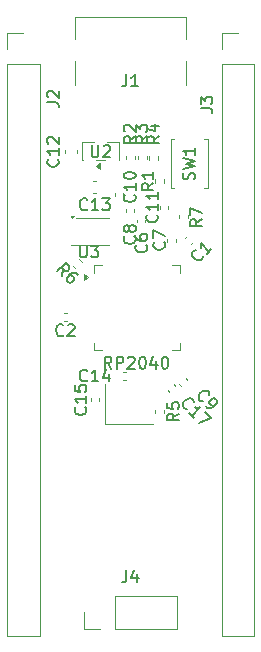
<source format=gbr>
%TF.GenerationSoftware,KiCad,Pcbnew,9.0.6+dfsg-1*%
%TF.CreationDate,2025-11-20T13:37:38+09:00*%
%TF.ProjectId,hiraboard,68697261-626f-4617-9264-2e6b69636164,rev?*%
%TF.SameCoordinates,Original*%
%TF.FileFunction,Legend,Top*%
%TF.FilePolarity,Positive*%
%FSLAX46Y46*%
G04 Gerber Fmt 4.6, Leading zero omitted, Abs format (unit mm)*
G04 Created by KiCad (PCBNEW 9.0.6+dfsg-1) date 2025-11-20 13:37:38*
%MOMM*%
%LPD*%
G01*
G04 APERTURE LIST*
%ADD10C,0.150000*%
%ADD11C,0.120000*%
G04 APERTURE END LIST*
D10*
X198908207Y-103369819D02*
X198574874Y-102893628D01*
X198336779Y-103369819D02*
X198336779Y-102369819D01*
X198336779Y-102369819D02*
X198717731Y-102369819D01*
X198717731Y-102369819D02*
X198812969Y-102417438D01*
X198812969Y-102417438D02*
X198860588Y-102465057D01*
X198860588Y-102465057D02*
X198908207Y-102560295D01*
X198908207Y-102560295D02*
X198908207Y-102703152D01*
X198908207Y-102703152D02*
X198860588Y-102798390D01*
X198860588Y-102798390D02*
X198812969Y-102846009D01*
X198812969Y-102846009D02*
X198717731Y-102893628D01*
X198717731Y-102893628D02*
X198336779Y-102893628D01*
X199336779Y-103369819D02*
X199336779Y-102369819D01*
X199336779Y-102369819D02*
X199717731Y-102369819D01*
X199717731Y-102369819D02*
X199812969Y-102417438D01*
X199812969Y-102417438D02*
X199860588Y-102465057D01*
X199860588Y-102465057D02*
X199908207Y-102560295D01*
X199908207Y-102560295D02*
X199908207Y-102703152D01*
X199908207Y-102703152D02*
X199860588Y-102798390D01*
X199860588Y-102798390D02*
X199812969Y-102846009D01*
X199812969Y-102846009D02*
X199717731Y-102893628D01*
X199717731Y-102893628D02*
X199336779Y-102893628D01*
X200289160Y-102465057D02*
X200336779Y-102417438D01*
X200336779Y-102417438D02*
X200432017Y-102369819D01*
X200432017Y-102369819D02*
X200670112Y-102369819D01*
X200670112Y-102369819D02*
X200765350Y-102417438D01*
X200765350Y-102417438D02*
X200812969Y-102465057D01*
X200812969Y-102465057D02*
X200860588Y-102560295D01*
X200860588Y-102560295D02*
X200860588Y-102655533D01*
X200860588Y-102655533D02*
X200812969Y-102798390D01*
X200812969Y-102798390D02*
X200241541Y-103369819D01*
X200241541Y-103369819D02*
X200860588Y-103369819D01*
X201479636Y-102369819D02*
X201574874Y-102369819D01*
X201574874Y-102369819D02*
X201670112Y-102417438D01*
X201670112Y-102417438D02*
X201717731Y-102465057D01*
X201717731Y-102465057D02*
X201765350Y-102560295D01*
X201765350Y-102560295D02*
X201812969Y-102750771D01*
X201812969Y-102750771D02*
X201812969Y-102988866D01*
X201812969Y-102988866D02*
X201765350Y-103179342D01*
X201765350Y-103179342D02*
X201717731Y-103274580D01*
X201717731Y-103274580D02*
X201670112Y-103322200D01*
X201670112Y-103322200D02*
X201574874Y-103369819D01*
X201574874Y-103369819D02*
X201479636Y-103369819D01*
X201479636Y-103369819D02*
X201384398Y-103322200D01*
X201384398Y-103322200D02*
X201336779Y-103274580D01*
X201336779Y-103274580D02*
X201289160Y-103179342D01*
X201289160Y-103179342D02*
X201241541Y-102988866D01*
X201241541Y-102988866D02*
X201241541Y-102750771D01*
X201241541Y-102750771D02*
X201289160Y-102560295D01*
X201289160Y-102560295D02*
X201336779Y-102465057D01*
X201336779Y-102465057D02*
X201384398Y-102417438D01*
X201384398Y-102417438D02*
X201479636Y-102369819D01*
X202670112Y-102703152D02*
X202670112Y-103369819D01*
X202432017Y-102322200D02*
X202193922Y-103036485D01*
X202193922Y-103036485D02*
X202812969Y-103036485D01*
X203384398Y-102369819D02*
X203479636Y-102369819D01*
X203479636Y-102369819D02*
X203574874Y-102417438D01*
X203574874Y-102417438D02*
X203622493Y-102465057D01*
X203622493Y-102465057D02*
X203670112Y-102560295D01*
X203670112Y-102560295D02*
X203717731Y-102750771D01*
X203717731Y-102750771D02*
X203717731Y-102988866D01*
X203717731Y-102988866D02*
X203670112Y-103179342D01*
X203670112Y-103179342D02*
X203622493Y-103274580D01*
X203622493Y-103274580D02*
X203574874Y-103322200D01*
X203574874Y-103322200D02*
X203479636Y-103369819D01*
X203479636Y-103369819D02*
X203384398Y-103369819D01*
X203384398Y-103369819D02*
X203289160Y-103322200D01*
X203289160Y-103322200D02*
X203241541Y-103274580D01*
X203241541Y-103274580D02*
X203193922Y-103179342D01*
X203193922Y-103179342D02*
X203146303Y-102988866D01*
X203146303Y-102988866D02*
X203146303Y-102750771D01*
X203146303Y-102750771D02*
X203193922Y-102560295D01*
X203193922Y-102560295D02*
X203241541Y-102465057D01*
X203241541Y-102465057D02*
X203289160Y-102417438D01*
X203289160Y-102417438D02*
X203384398Y-102369819D01*
X193454819Y-80833333D02*
X194169104Y-80833333D01*
X194169104Y-80833333D02*
X194311961Y-80880952D01*
X194311961Y-80880952D02*
X194407200Y-80976190D01*
X194407200Y-80976190D02*
X194454819Y-81119047D01*
X194454819Y-81119047D02*
X194454819Y-81214285D01*
X193550057Y-80404761D02*
X193502438Y-80357142D01*
X193502438Y-80357142D02*
X193454819Y-80261904D01*
X193454819Y-80261904D02*
X193454819Y-80023809D01*
X193454819Y-80023809D02*
X193502438Y-79928571D01*
X193502438Y-79928571D02*
X193550057Y-79880952D01*
X193550057Y-79880952D02*
X193645295Y-79833333D01*
X193645295Y-79833333D02*
X193740533Y-79833333D01*
X193740533Y-79833333D02*
X193883390Y-79880952D01*
X193883390Y-79880952D02*
X194454819Y-80452380D01*
X194454819Y-80452380D02*
X194454819Y-79833333D01*
X196238095Y-92954819D02*
X196238095Y-93764342D01*
X196238095Y-93764342D02*
X196285714Y-93859580D01*
X196285714Y-93859580D02*
X196333333Y-93907200D01*
X196333333Y-93907200D02*
X196428571Y-93954819D01*
X196428571Y-93954819D02*
X196619047Y-93954819D01*
X196619047Y-93954819D02*
X196714285Y-93907200D01*
X196714285Y-93907200D02*
X196761904Y-93859580D01*
X196761904Y-93859580D02*
X196809523Y-93764342D01*
X196809523Y-93764342D02*
X196809523Y-92954819D01*
X197190476Y-92954819D02*
X197809523Y-92954819D01*
X197809523Y-92954819D02*
X197476190Y-93335771D01*
X197476190Y-93335771D02*
X197619047Y-93335771D01*
X197619047Y-93335771D02*
X197714285Y-93383390D01*
X197714285Y-93383390D02*
X197761904Y-93431009D01*
X197761904Y-93431009D02*
X197809523Y-93526247D01*
X197809523Y-93526247D02*
X197809523Y-93764342D01*
X197809523Y-93764342D02*
X197761904Y-93859580D01*
X197761904Y-93859580D02*
X197714285Y-93907200D01*
X197714285Y-93907200D02*
X197619047Y-93954819D01*
X197619047Y-93954819D02*
X197333333Y-93954819D01*
X197333333Y-93954819D02*
X197238095Y-93907200D01*
X197238095Y-93907200D02*
X197190476Y-93859580D01*
X196857142Y-104359580D02*
X196809523Y-104407200D01*
X196809523Y-104407200D02*
X196666666Y-104454819D01*
X196666666Y-104454819D02*
X196571428Y-104454819D01*
X196571428Y-104454819D02*
X196428571Y-104407200D01*
X196428571Y-104407200D02*
X196333333Y-104311961D01*
X196333333Y-104311961D02*
X196285714Y-104216723D01*
X196285714Y-104216723D02*
X196238095Y-104026247D01*
X196238095Y-104026247D02*
X196238095Y-103883390D01*
X196238095Y-103883390D02*
X196285714Y-103692914D01*
X196285714Y-103692914D02*
X196333333Y-103597676D01*
X196333333Y-103597676D02*
X196428571Y-103502438D01*
X196428571Y-103502438D02*
X196571428Y-103454819D01*
X196571428Y-103454819D02*
X196666666Y-103454819D01*
X196666666Y-103454819D02*
X196809523Y-103502438D01*
X196809523Y-103502438D02*
X196857142Y-103550057D01*
X197809523Y-104454819D02*
X197238095Y-104454819D01*
X197523809Y-104454819D02*
X197523809Y-103454819D01*
X197523809Y-103454819D02*
X197428571Y-103597676D01*
X197428571Y-103597676D02*
X197333333Y-103692914D01*
X197333333Y-103692914D02*
X197238095Y-103740533D01*
X198666666Y-103788152D02*
X198666666Y-104454819D01*
X198428571Y-103407200D02*
X198190476Y-104121485D01*
X198190476Y-104121485D02*
X198809523Y-104121485D01*
X205291169Y-106799693D02*
X205223825Y-106799693D01*
X205223825Y-106799693D02*
X205089138Y-106732349D01*
X205089138Y-106732349D02*
X205021795Y-106665006D01*
X205021795Y-106665006D02*
X204954451Y-106530319D01*
X204954451Y-106530319D02*
X204954451Y-106395632D01*
X204954451Y-106395632D02*
X204988123Y-106294617D01*
X204988123Y-106294617D02*
X205089138Y-106126258D01*
X205089138Y-106126258D02*
X205190153Y-106025243D01*
X205190153Y-106025243D02*
X205358512Y-105924227D01*
X205358512Y-105924227D02*
X205459527Y-105890556D01*
X205459527Y-105890556D02*
X205594214Y-105890556D01*
X205594214Y-105890556D02*
X205728901Y-105957899D01*
X205728901Y-105957899D02*
X205796245Y-106025243D01*
X205796245Y-106025243D02*
X205863588Y-106159930D01*
X205863588Y-106159930D02*
X205863588Y-106227273D01*
X205897260Y-107540471D02*
X205493199Y-107136410D01*
X205695230Y-107338441D02*
X206402336Y-106631334D01*
X206402336Y-106631334D02*
X206233978Y-106665006D01*
X206233978Y-106665006D02*
X206099291Y-106665006D01*
X206099291Y-106665006D02*
X205998275Y-106631334D01*
X206840069Y-107069067D02*
X207311474Y-107540472D01*
X207311474Y-107540472D02*
X206301321Y-107944533D01*
X206627887Y-106136411D02*
X206560543Y-106136411D01*
X206560543Y-106136411D02*
X206425856Y-106069067D01*
X206425856Y-106069067D02*
X206358513Y-106001724D01*
X206358513Y-106001724D02*
X206291169Y-105867037D01*
X206291169Y-105867037D02*
X206291169Y-105732350D01*
X206291169Y-105732350D02*
X206324841Y-105631335D01*
X206324841Y-105631335D02*
X206425856Y-105462976D01*
X206425856Y-105462976D02*
X206526871Y-105361961D01*
X206526871Y-105361961D02*
X206695230Y-105260945D01*
X206695230Y-105260945D02*
X206796245Y-105227274D01*
X206796245Y-105227274D02*
X206930932Y-105227274D01*
X206930932Y-105227274D02*
X207065619Y-105294617D01*
X207065619Y-105294617D02*
X207132963Y-105361961D01*
X207132963Y-105361961D02*
X207200306Y-105496648D01*
X207200306Y-105496648D02*
X207200306Y-105563991D01*
X206897261Y-106540472D02*
X207031948Y-106675159D01*
X207031948Y-106675159D02*
X207132963Y-106708831D01*
X207132963Y-106708831D02*
X207200306Y-106708831D01*
X207200306Y-106708831D02*
X207368665Y-106675159D01*
X207368665Y-106675159D02*
X207537024Y-106574144D01*
X207537024Y-106574144D02*
X207806398Y-106304770D01*
X207806398Y-106304770D02*
X207840070Y-106203754D01*
X207840070Y-106203754D02*
X207840070Y-106136411D01*
X207840070Y-106136411D02*
X207806398Y-106035396D01*
X207806398Y-106035396D02*
X207671711Y-105900709D01*
X207671711Y-105900709D02*
X207570696Y-105867037D01*
X207570696Y-105867037D02*
X207503352Y-105867037D01*
X207503352Y-105867037D02*
X207402337Y-105900709D01*
X207402337Y-105900709D02*
X207233978Y-106069067D01*
X207233978Y-106069067D02*
X207200306Y-106170083D01*
X207200306Y-106170083D02*
X207200306Y-106237426D01*
X207200306Y-106237426D02*
X207233978Y-106338441D01*
X207233978Y-106338441D02*
X207368665Y-106473128D01*
X207368665Y-106473128D02*
X207469680Y-106506800D01*
X207469680Y-106506800D02*
X207537024Y-106506800D01*
X207537024Y-106506800D02*
X207638039Y-106473128D01*
X204624819Y-107166666D02*
X204148628Y-107499999D01*
X204624819Y-107738094D02*
X203624819Y-107738094D01*
X203624819Y-107738094D02*
X203624819Y-107357142D01*
X203624819Y-107357142D02*
X203672438Y-107261904D01*
X203672438Y-107261904D02*
X203720057Y-107214285D01*
X203720057Y-107214285D02*
X203815295Y-107166666D01*
X203815295Y-107166666D02*
X203958152Y-107166666D01*
X203958152Y-107166666D02*
X204053390Y-107214285D01*
X204053390Y-107214285D02*
X204101009Y-107261904D01*
X204101009Y-107261904D02*
X204148628Y-107357142D01*
X204148628Y-107357142D02*
X204148628Y-107738094D01*
X203624819Y-106261904D02*
X203624819Y-106738094D01*
X203624819Y-106738094D02*
X204101009Y-106785713D01*
X204101009Y-106785713D02*
X204053390Y-106738094D01*
X204053390Y-106738094D02*
X204005771Y-106642856D01*
X204005771Y-106642856D02*
X204005771Y-106404761D01*
X204005771Y-106404761D02*
X204053390Y-106309523D01*
X204053390Y-106309523D02*
X204101009Y-106261904D01*
X204101009Y-106261904D02*
X204196247Y-106214285D01*
X204196247Y-106214285D02*
X204434342Y-106214285D01*
X204434342Y-106214285D02*
X204529580Y-106261904D01*
X204529580Y-106261904D02*
X204577200Y-106309523D01*
X204577200Y-106309523D02*
X204624819Y-106404761D01*
X204624819Y-106404761D02*
X204624819Y-106642856D01*
X204624819Y-106642856D02*
X204577200Y-106738094D01*
X204577200Y-106738094D02*
X204529580Y-106785713D01*
X206454819Y-81333333D02*
X207169104Y-81333333D01*
X207169104Y-81333333D02*
X207311961Y-81380952D01*
X207311961Y-81380952D02*
X207407200Y-81476190D01*
X207407200Y-81476190D02*
X207454819Y-81619047D01*
X207454819Y-81619047D02*
X207454819Y-81714285D01*
X206454819Y-80952380D02*
X206454819Y-80333333D01*
X206454819Y-80333333D02*
X206835771Y-80666666D01*
X206835771Y-80666666D02*
X206835771Y-80523809D01*
X206835771Y-80523809D02*
X206883390Y-80428571D01*
X206883390Y-80428571D02*
X206931009Y-80380952D01*
X206931009Y-80380952D02*
X207026247Y-80333333D01*
X207026247Y-80333333D02*
X207264342Y-80333333D01*
X207264342Y-80333333D02*
X207359580Y-80380952D01*
X207359580Y-80380952D02*
X207407200Y-80428571D01*
X207407200Y-80428571D02*
X207454819Y-80523809D01*
X207454819Y-80523809D02*
X207454819Y-80809523D01*
X207454819Y-80809523D02*
X207407200Y-80904761D01*
X207407200Y-80904761D02*
X207359580Y-80952380D01*
X196699580Y-106642857D02*
X196747200Y-106690476D01*
X196747200Y-106690476D02*
X196794819Y-106833333D01*
X196794819Y-106833333D02*
X196794819Y-106928571D01*
X196794819Y-106928571D02*
X196747200Y-107071428D01*
X196747200Y-107071428D02*
X196651961Y-107166666D01*
X196651961Y-107166666D02*
X196556723Y-107214285D01*
X196556723Y-107214285D02*
X196366247Y-107261904D01*
X196366247Y-107261904D02*
X196223390Y-107261904D01*
X196223390Y-107261904D02*
X196032914Y-107214285D01*
X196032914Y-107214285D02*
X195937676Y-107166666D01*
X195937676Y-107166666D02*
X195842438Y-107071428D01*
X195842438Y-107071428D02*
X195794819Y-106928571D01*
X195794819Y-106928571D02*
X195794819Y-106833333D01*
X195794819Y-106833333D02*
X195842438Y-106690476D01*
X195842438Y-106690476D02*
X195890057Y-106642857D01*
X196794819Y-105690476D02*
X196794819Y-106261904D01*
X196794819Y-105976190D02*
X195794819Y-105976190D01*
X195794819Y-105976190D02*
X195937676Y-106071428D01*
X195937676Y-106071428D02*
X196032914Y-106166666D01*
X196032914Y-106166666D02*
X196080533Y-106261904D01*
X195794819Y-104785714D02*
X195794819Y-105261904D01*
X195794819Y-105261904D02*
X196271009Y-105309523D01*
X196271009Y-105309523D02*
X196223390Y-105261904D01*
X196223390Y-105261904D02*
X196175771Y-105166666D01*
X196175771Y-105166666D02*
X196175771Y-104928571D01*
X196175771Y-104928571D02*
X196223390Y-104833333D01*
X196223390Y-104833333D02*
X196271009Y-104785714D01*
X196271009Y-104785714D02*
X196366247Y-104738095D01*
X196366247Y-104738095D02*
X196604342Y-104738095D01*
X196604342Y-104738095D02*
X196699580Y-104785714D01*
X196699580Y-104785714D02*
X196747200Y-104833333D01*
X196747200Y-104833333D02*
X196794819Y-104928571D01*
X196794819Y-104928571D02*
X196794819Y-105166666D01*
X196794819Y-105166666D02*
X196747200Y-105261904D01*
X196747200Y-105261904D02*
X196699580Y-105309523D01*
X206568501Y-90727563D02*
X206092310Y-91060896D01*
X206568501Y-91298991D02*
X205568501Y-91298991D01*
X205568501Y-91298991D02*
X205568501Y-90918039D01*
X205568501Y-90918039D02*
X205616120Y-90822801D01*
X205616120Y-90822801D02*
X205663739Y-90775182D01*
X205663739Y-90775182D02*
X205758977Y-90727563D01*
X205758977Y-90727563D02*
X205901834Y-90727563D01*
X205901834Y-90727563D02*
X205997072Y-90775182D01*
X205997072Y-90775182D02*
X206044691Y-90822801D01*
X206044691Y-90822801D02*
X206092310Y-90918039D01*
X206092310Y-90918039D02*
X206092310Y-91298991D01*
X205568501Y-90394229D02*
X205568501Y-89727563D01*
X205568501Y-89727563D02*
X206568501Y-90156134D01*
X197238095Y-84454819D02*
X197238095Y-85264342D01*
X197238095Y-85264342D02*
X197285714Y-85359580D01*
X197285714Y-85359580D02*
X197333333Y-85407200D01*
X197333333Y-85407200D02*
X197428571Y-85454819D01*
X197428571Y-85454819D02*
X197619047Y-85454819D01*
X197619047Y-85454819D02*
X197714285Y-85407200D01*
X197714285Y-85407200D02*
X197761904Y-85359580D01*
X197761904Y-85359580D02*
X197809523Y-85264342D01*
X197809523Y-85264342D02*
X197809523Y-84454819D01*
X198238095Y-84550057D02*
X198285714Y-84502438D01*
X198285714Y-84502438D02*
X198380952Y-84454819D01*
X198380952Y-84454819D02*
X198619047Y-84454819D01*
X198619047Y-84454819D02*
X198714285Y-84502438D01*
X198714285Y-84502438D02*
X198761904Y-84550057D01*
X198761904Y-84550057D02*
X198809523Y-84645295D01*
X198809523Y-84645295D02*
X198809523Y-84740533D01*
X198809523Y-84740533D02*
X198761904Y-84883390D01*
X198761904Y-84883390D02*
X198190476Y-85454819D01*
X198190476Y-85454819D02*
X198809523Y-85454819D01*
X200859580Y-88642857D02*
X200907200Y-88690476D01*
X200907200Y-88690476D02*
X200954819Y-88833333D01*
X200954819Y-88833333D02*
X200954819Y-88928571D01*
X200954819Y-88928571D02*
X200907200Y-89071428D01*
X200907200Y-89071428D02*
X200811961Y-89166666D01*
X200811961Y-89166666D02*
X200716723Y-89214285D01*
X200716723Y-89214285D02*
X200526247Y-89261904D01*
X200526247Y-89261904D02*
X200383390Y-89261904D01*
X200383390Y-89261904D02*
X200192914Y-89214285D01*
X200192914Y-89214285D02*
X200097676Y-89166666D01*
X200097676Y-89166666D02*
X200002438Y-89071428D01*
X200002438Y-89071428D02*
X199954819Y-88928571D01*
X199954819Y-88928571D02*
X199954819Y-88833333D01*
X199954819Y-88833333D02*
X200002438Y-88690476D01*
X200002438Y-88690476D02*
X200050057Y-88642857D01*
X200954819Y-87690476D02*
X200954819Y-88261904D01*
X200954819Y-87976190D02*
X199954819Y-87976190D01*
X199954819Y-87976190D02*
X200097676Y-88071428D01*
X200097676Y-88071428D02*
X200192914Y-88166666D01*
X200192914Y-88166666D02*
X200240533Y-88261904D01*
X199954819Y-87071428D02*
X199954819Y-86976190D01*
X199954819Y-86976190D02*
X200002438Y-86880952D01*
X200002438Y-86880952D02*
X200050057Y-86833333D01*
X200050057Y-86833333D02*
X200145295Y-86785714D01*
X200145295Y-86785714D02*
X200335771Y-86738095D01*
X200335771Y-86738095D02*
X200573866Y-86738095D01*
X200573866Y-86738095D02*
X200764342Y-86785714D01*
X200764342Y-86785714D02*
X200859580Y-86833333D01*
X200859580Y-86833333D02*
X200907200Y-86880952D01*
X200907200Y-86880952D02*
X200954819Y-86976190D01*
X200954819Y-86976190D02*
X200954819Y-87071428D01*
X200954819Y-87071428D02*
X200907200Y-87166666D01*
X200907200Y-87166666D02*
X200859580Y-87214285D01*
X200859580Y-87214285D02*
X200764342Y-87261904D01*
X200764342Y-87261904D02*
X200573866Y-87309523D01*
X200573866Y-87309523D02*
X200335771Y-87309523D01*
X200335771Y-87309523D02*
X200145295Y-87261904D01*
X200145295Y-87261904D02*
X200050057Y-87214285D01*
X200050057Y-87214285D02*
X200002438Y-87166666D01*
X200002438Y-87166666D02*
X199954819Y-87071428D01*
X200859580Y-92166666D02*
X200907200Y-92214285D01*
X200907200Y-92214285D02*
X200954819Y-92357142D01*
X200954819Y-92357142D02*
X200954819Y-92452380D01*
X200954819Y-92452380D02*
X200907200Y-92595237D01*
X200907200Y-92595237D02*
X200811961Y-92690475D01*
X200811961Y-92690475D02*
X200716723Y-92738094D01*
X200716723Y-92738094D02*
X200526247Y-92785713D01*
X200526247Y-92785713D02*
X200383390Y-92785713D01*
X200383390Y-92785713D02*
X200192914Y-92738094D01*
X200192914Y-92738094D02*
X200097676Y-92690475D01*
X200097676Y-92690475D02*
X200002438Y-92595237D01*
X200002438Y-92595237D02*
X199954819Y-92452380D01*
X199954819Y-92452380D02*
X199954819Y-92357142D01*
X199954819Y-92357142D02*
X200002438Y-92214285D01*
X200002438Y-92214285D02*
X200050057Y-92166666D01*
X200383390Y-91595237D02*
X200335771Y-91690475D01*
X200335771Y-91690475D02*
X200288152Y-91738094D01*
X200288152Y-91738094D02*
X200192914Y-91785713D01*
X200192914Y-91785713D02*
X200145295Y-91785713D01*
X200145295Y-91785713D02*
X200050057Y-91738094D01*
X200050057Y-91738094D02*
X200002438Y-91690475D01*
X200002438Y-91690475D02*
X199954819Y-91595237D01*
X199954819Y-91595237D02*
X199954819Y-91404761D01*
X199954819Y-91404761D02*
X200002438Y-91309523D01*
X200002438Y-91309523D02*
X200050057Y-91261904D01*
X200050057Y-91261904D02*
X200145295Y-91214285D01*
X200145295Y-91214285D02*
X200192914Y-91214285D01*
X200192914Y-91214285D02*
X200288152Y-91261904D01*
X200288152Y-91261904D02*
X200335771Y-91309523D01*
X200335771Y-91309523D02*
X200383390Y-91404761D01*
X200383390Y-91404761D02*
X200383390Y-91595237D01*
X200383390Y-91595237D02*
X200431009Y-91690475D01*
X200431009Y-91690475D02*
X200478628Y-91738094D01*
X200478628Y-91738094D02*
X200573866Y-91785713D01*
X200573866Y-91785713D02*
X200764342Y-91785713D01*
X200764342Y-91785713D02*
X200859580Y-91738094D01*
X200859580Y-91738094D02*
X200907200Y-91690475D01*
X200907200Y-91690475D02*
X200954819Y-91595237D01*
X200954819Y-91595237D02*
X200954819Y-91404761D01*
X200954819Y-91404761D02*
X200907200Y-91309523D01*
X200907200Y-91309523D02*
X200859580Y-91261904D01*
X200859580Y-91261904D02*
X200764342Y-91214285D01*
X200764342Y-91214285D02*
X200573866Y-91214285D01*
X200573866Y-91214285D02*
X200478628Y-91261904D01*
X200478628Y-91261904D02*
X200431009Y-91309523D01*
X200431009Y-91309523D02*
X200383390Y-91404761D01*
X202954819Y-83666666D02*
X202478628Y-83999999D01*
X202954819Y-84238094D02*
X201954819Y-84238094D01*
X201954819Y-84238094D02*
X201954819Y-83857142D01*
X201954819Y-83857142D02*
X202002438Y-83761904D01*
X202002438Y-83761904D02*
X202050057Y-83714285D01*
X202050057Y-83714285D02*
X202145295Y-83666666D01*
X202145295Y-83666666D02*
X202288152Y-83666666D01*
X202288152Y-83666666D02*
X202383390Y-83714285D01*
X202383390Y-83714285D02*
X202431009Y-83761904D01*
X202431009Y-83761904D02*
X202478628Y-83857142D01*
X202478628Y-83857142D02*
X202478628Y-84238094D01*
X202288152Y-82809523D02*
X202954819Y-82809523D01*
X201907200Y-83047618D02*
X202621485Y-83285713D01*
X202621485Y-83285713D02*
X202621485Y-82666666D01*
X205907200Y-87333332D02*
X205954819Y-87190475D01*
X205954819Y-87190475D02*
X205954819Y-86952380D01*
X205954819Y-86952380D02*
X205907200Y-86857142D01*
X205907200Y-86857142D02*
X205859580Y-86809523D01*
X205859580Y-86809523D02*
X205764342Y-86761904D01*
X205764342Y-86761904D02*
X205669104Y-86761904D01*
X205669104Y-86761904D02*
X205573866Y-86809523D01*
X205573866Y-86809523D02*
X205526247Y-86857142D01*
X205526247Y-86857142D02*
X205478628Y-86952380D01*
X205478628Y-86952380D02*
X205431009Y-87142856D01*
X205431009Y-87142856D02*
X205383390Y-87238094D01*
X205383390Y-87238094D02*
X205335771Y-87285713D01*
X205335771Y-87285713D02*
X205240533Y-87333332D01*
X205240533Y-87333332D02*
X205145295Y-87333332D01*
X205145295Y-87333332D02*
X205050057Y-87285713D01*
X205050057Y-87285713D02*
X205002438Y-87238094D01*
X205002438Y-87238094D02*
X204954819Y-87142856D01*
X204954819Y-87142856D02*
X204954819Y-86904761D01*
X204954819Y-86904761D02*
X205002438Y-86761904D01*
X204954819Y-86428570D02*
X205954819Y-86190475D01*
X205954819Y-86190475D02*
X205240533Y-85999999D01*
X205240533Y-85999999D02*
X205954819Y-85809523D01*
X205954819Y-85809523D02*
X204954819Y-85571428D01*
X205954819Y-84666666D02*
X205954819Y-85238094D01*
X205954819Y-84952380D02*
X204954819Y-84952380D01*
X204954819Y-84952380D02*
X205097676Y-85047618D01*
X205097676Y-85047618D02*
X205192914Y-85142856D01*
X205192914Y-85142856D02*
X205240533Y-85238094D01*
X203359580Y-92666666D02*
X203407200Y-92714285D01*
X203407200Y-92714285D02*
X203454819Y-92857142D01*
X203454819Y-92857142D02*
X203454819Y-92952380D01*
X203454819Y-92952380D02*
X203407200Y-93095237D01*
X203407200Y-93095237D02*
X203311961Y-93190475D01*
X203311961Y-93190475D02*
X203216723Y-93238094D01*
X203216723Y-93238094D02*
X203026247Y-93285713D01*
X203026247Y-93285713D02*
X202883390Y-93285713D01*
X202883390Y-93285713D02*
X202692914Y-93238094D01*
X202692914Y-93238094D02*
X202597676Y-93190475D01*
X202597676Y-93190475D02*
X202502438Y-93095237D01*
X202502438Y-93095237D02*
X202454819Y-92952380D01*
X202454819Y-92952380D02*
X202454819Y-92857142D01*
X202454819Y-92857142D02*
X202502438Y-92714285D01*
X202502438Y-92714285D02*
X202550057Y-92666666D01*
X202454819Y-92333332D02*
X202454819Y-91666666D01*
X202454819Y-91666666D02*
X203454819Y-92095237D01*
X201844483Y-92908156D02*
X201892103Y-92955775D01*
X201892103Y-92955775D02*
X201939722Y-93098632D01*
X201939722Y-93098632D02*
X201939722Y-93193870D01*
X201939722Y-93193870D02*
X201892103Y-93336727D01*
X201892103Y-93336727D02*
X201796864Y-93431965D01*
X201796864Y-93431965D02*
X201701626Y-93479584D01*
X201701626Y-93479584D02*
X201511150Y-93527203D01*
X201511150Y-93527203D02*
X201368293Y-93527203D01*
X201368293Y-93527203D02*
X201177817Y-93479584D01*
X201177817Y-93479584D02*
X201082579Y-93431965D01*
X201082579Y-93431965D02*
X200987341Y-93336727D01*
X200987341Y-93336727D02*
X200939722Y-93193870D01*
X200939722Y-93193870D02*
X200939722Y-93098632D01*
X200939722Y-93098632D02*
X200987341Y-92955775D01*
X200987341Y-92955775D02*
X201034960Y-92908156D01*
X200939722Y-92051013D02*
X200939722Y-92241489D01*
X200939722Y-92241489D02*
X200987341Y-92336727D01*
X200987341Y-92336727D02*
X201034960Y-92384346D01*
X201034960Y-92384346D02*
X201177817Y-92479584D01*
X201177817Y-92479584D02*
X201368293Y-92527203D01*
X201368293Y-92527203D02*
X201749245Y-92527203D01*
X201749245Y-92527203D02*
X201844483Y-92479584D01*
X201844483Y-92479584D02*
X201892103Y-92431965D01*
X201892103Y-92431965D02*
X201939722Y-92336727D01*
X201939722Y-92336727D02*
X201939722Y-92146251D01*
X201939722Y-92146251D02*
X201892103Y-92051013D01*
X201892103Y-92051013D02*
X201844483Y-92003394D01*
X201844483Y-92003394D02*
X201749245Y-91955775D01*
X201749245Y-91955775D02*
X201511150Y-91955775D01*
X201511150Y-91955775D02*
X201415912Y-92003394D01*
X201415912Y-92003394D02*
X201368293Y-92051013D01*
X201368293Y-92051013D02*
X201320674Y-92146251D01*
X201320674Y-92146251D02*
X201320674Y-92336727D01*
X201320674Y-92336727D02*
X201368293Y-92431965D01*
X201368293Y-92431965D02*
X201415912Y-92479584D01*
X201415912Y-92479584D02*
X201511150Y-92527203D01*
X194733228Y-95531069D02*
X194834243Y-94958650D01*
X194329167Y-95127008D02*
X195036274Y-94419902D01*
X195036274Y-94419902D02*
X195305648Y-94689276D01*
X195305648Y-94689276D02*
X195339320Y-94790291D01*
X195339320Y-94790291D02*
X195339320Y-94857634D01*
X195339320Y-94857634D02*
X195305648Y-94958650D01*
X195305648Y-94958650D02*
X195204633Y-95059665D01*
X195204633Y-95059665D02*
X195103617Y-95093337D01*
X195103617Y-95093337D02*
X195036274Y-95093337D01*
X195036274Y-95093337D02*
X194935259Y-95059665D01*
X194935259Y-95059665D02*
X194665885Y-94790291D01*
X196046426Y-95430054D02*
X195911739Y-95295367D01*
X195911739Y-95295367D02*
X195810724Y-95261695D01*
X195810724Y-95261695D02*
X195743381Y-95261695D01*
X195743381Y-95261695D02*
X195575022Y-95295367D01*
X195575022Y-95295367D02*
X195406663Y-95396382D01*
X195406663Y-95396382D02*
X195137289Y-95665756D01*
X195137289Y-95665756D02*
X195103617Y-95766772D01*
X195103617Y-95766772D02*
X195103617Y-95834115D01*
X195103617Y-95834115D02*
X195137289Y-95935130D01*
X195137289Y-95935130D02*
X195271976Y-96069817D01*
X195271976Y-96069817D02*
X195372991Y-96103489D01*
X195372991Y-96103489D02*
X195440335Y-96103489D01*
X195440335Y-96103489D02*
X195541350Y-96069817D01*
X195541350Y-96069817D02*
X195709709Y-95901459D01*
X195709709Y-95901459D02*
X195743381Y-95800443D01*
X195743381Y-95800443D02*
X195743381Y-95733100D01*
X195743381Y-95733100D02*
X195709709Y-95632085D01*
X195709709Y-95632085D02*
X195575022Y-95497398D01*
X195575022Y-95497398D02*
X195474007Y-95463726D01*
X195474007Y-95463726D02*
X195406663Y-95463726D01*
X195406663Y-95463726D02*
X195305648Y-95497398D01*
X206636411Y-93872112D02*
X206636411Y-93939456D01*
X206636411Y-93939456D02*
X206569067Y-94074143D01*
X206569067Y-94074143D02*
X206501724Y-94141486D01*
X206501724Y-94141486D02*
X206367037Y-94208830D01*
X206367037Y-94208830D02*
X206232350Y-94208830D01*
X206232350Y-94208830D02*
X206131335Y-94175158D01*
X206131335Y-94175158D02*
X205962976Y-94074143D01*
X205962976Y-94074143D02*
X205861961Y-93973128D01*
X205861961Y-93973128D02*
X205760945Y-93804769D01*
X205760945Y-93804769D02*
X205727274Y-93703754D01*
X205727274Y-93703754D02*
X205727274Y-93569067D01*
X205727274Y-93569067D02*
X205794617Y-93434380D01*
X205794617Y-93434380D02*
X205861961Y-93367036D01*
X205861961Y-93367036D02*
X205996648Y-93299693D01*
X205996648Y-93299693D02*
X206063991Y-93299693D01*
X207377189Y-93266021D02*
X206973128Y-93670082D01*
X207175159Y-93468051D02*
X206468052Y-92760945D01*
X206468052Y-92760945D02*
X206501724Y-92929303D01*
X206501724Y-92929303D02*
X206501724Y-93063990D01*
X206501724Y-93063990D02*
X206468052Y-93165006D01*
X200166666Y-120454819D02*
X200166666Y-121169104D01*
X200166666Y-121169104D02*
X200119047Y-121311961D01*
X200119047Y-121311961D02*
X200023809Y-121407200D01*
X200023809Y-121407200D02*
X199880952Y-121454819D01*
X199880952Y-121454819D02*
X199785714Y-121454819D01*
X201071428Y-120788152D02*
X201071428Y-121454819D01*
X200833333Y-120407200D02*
X200595238Y-121121485D01*
X200595238Y-121121485D02*
X201214285Y-121121485D01*
X201954819Y-83666666D02*
X201478628Y-83999999D01*
X201954819Y-84238094D02*
X200954819Y-84238094D01*
X200954819Y-84238094D02*
X200954819Y-83857142D01*
X200954819Y-83857142D02*
X201002438Y-83761904D01*
X201002438Y-83761904D02*
X201050057Y-83714285D01*
X201050057Y-83714285D02*
X201145295Y-83666666D01*
X201145295Y-83666666D02*
X201288152Y-83666666D01*
X201288152Y-83666666D02*
X201383390Y-83714285D01*
X201383390Y-83714285D02*
X201431009Y-83761904D01*
X201431009Y-83761904D02*
X201478628Y-83857142D01*
X201478628Y-83857142D02*
X201478628Y-84238094D01*
X200954819Y-83333332D02*
X200954819Y-82714285D01*
X200954819Y-82714285D02*
X201335771Y-83047618D01*
X201335771Y-83047618D02*
X201335771Y-82904761D01*
X201335771Y-82904761D02*
X201383390Y-82809523D01*
X201383390Y-82809523D02*
X201431009Y-82761904D01*
X201431009Y-82761904D02*
X201526247Y-82714285D01*
X201526247Y-82714285D02*
X201764342Y-82714285D01*
X201764342Y-82714285D02*
X201859580Y-82761904D01*
X201859580Y-82761904D02*
X201907200Y-82809523D01*
X201907200Y-82809523D02*
X201954819Y-82904761D01*
X201954819Y-82904761D02*
X201954819Y-83190475D01*
X201954819Y-83190475D02*
X201907200Y-83285713D01*
X201907200Y-83285713D02*
X201859580Y-83333332D01*
X194359580Y-85642857D02*
X194407200Y-85690476D01*
X194407200Y-85690476D02*
X194454819Y-85833333D01*
X194454819Y-85833333D02*
X194454819Y-85928571D01*
X194454819Y-85928571D02*
X194407200Y-86071428D01*
X194407200Y-86071428D02*
X194311961Y-86166666D01*
X194311961Y-86166666D02*
X194216723Y-86214285D01*
X194216723Y-86214285D02*
X194026247Y-86261904D01*
X194026247Y-86261904D02*
X193883390Y-86261904D01*
X193883390Y-86261904D02*
X193692914Y-86214285D01*
X193692914Y-86214285D02*
X193597676Y-86166666D01*
X193597676Y-86166666D02*
X193502438Y-86071428D01*
X193502438Y-86071428D02*
X193454819Y-85928571D01*
X193454819Y-85928571D02*
X193454819Y-85833333D01*
X193454819Y-85833333D02*
X193502438Y-85690476D01*
X193502438Y-85690476D02*
X193550057Y-85642857D01*
X194454819Y-84690476D02*
X194454819Y-85261904D01*
X194454819Y-84976190D02*
X193454819Y-84976190D01*
X193454819Y-84976190D02*
X193597676Y-85071428D01*
X193597676Y-85071428D02*
X193692914Y-85166666D01*
X193692914Y-85166666D02*
X193740533Y-85261904D01*
X193550057Y-84309523D02*
X193502438Y-84261904D01*
X193502438Y-84261904D02*
X193454819Y-84166666D01*
X193454819Y-84166666D02*
X193454819Y-83928571D01*
X193454819Y-83928571D02*
X193502438Y-83833333D01*
X193502438Y-83833333D02*
X193550057Y-83785714D01*
X193550057Y-83785714D02*
X193645295Y-83738095D01*
X193645295Y-83738095D02*
X193740533Y-83738095D01*
X193740533Y-83738095D02*
X193883390Y-83785714D01*
X193883390Y-83785714D02*
X194454819Y-84357142D01*
X194454819Y-84357142D02*
X194454819Y-83738095D01*
X202751117Y-90340645D02*
X202798737Y-90388264D01*
X202798737Y-90388264D02*
X202846356Y-90531121D01*
X202846356Y-90531121D02*
X202846356Y-90626359D01*
X202846356Y-90626359D02*
X202798737Y-90769216D01*
X202798737Y-90769216D02*
X202703498Y-90864454D01*
X202703498Y-90864454D02*
X202608260Y-90912073D01*
X202608260Y-90912073D02*
X202417784Y-90959692D01*
X202417784Y-90959692D02*
X202274927Y-90959692D01*
X202274927Y-90959692D02*
X202084451Y-90912073D01*
X202084451Y-90912073D02*
X201989213Y-90864454D01*
X201989213Y-90864454D02*
X201893975Y-90769216D01*
X201893975Y-90769216D02*
X201846356Y-90626359D01*
X201846356Y-90626359D02*
X201846356Y-90531121D01*
X201846356Y-90531121D02*
X201893975Y-90388264D01*
X201893975Y-90388264D02*
X201941594Y-90340645D01*
X202846356Y-89388264D02*
X202846356Y-89959692D01*
X202846356Y-89673978D02*
X201846356Y-89673978D01*
X201846356Y-89673978D02*
X201989213Y-89769216D01*
X201989213Y-89769216D02*
X202084451Y-89864454D01*
X202084451Y-89864454D02*
X202132070Y-89959692D01*
X202846356Y-88435883D02*
X202846356Y-89007311D01*
X202846356Y-88721597D02*
X201846356Y-88721597D01*
X201846356Y-88721597D02*
X201989213Y-88816835D01*
X201989213Y-88816835D02*
X202084451Y-88912073D01*
X202084451Y-88912073D02*
X202132070Y-89007311D01*
X194833333Y-100519580D02*
X194785714Y-100567200D01*
X194785714Y-100567200D02*
X194642857Y-100614819D01*
X194642857Y-100614819D02*
X194547619Y-100614819D01*
X194547619Y-100614819D02*
X194404762Y-100567200D01*
X194404762Y-100567200D02*
X194309524Y-100471961D01*
X194309524Y-100471961D02*
X194261905Y-100376723D01*
X194261905Y-100376723D02*
X194214286Y-100186247D01*
X194214286Y-100186247D02*
X194214286Y-100043390D01*
X194214286Y-100043390D02*
X194261905Y-99852914D01*
X194261905Y-99852914D02*
X194309524Y-99757676D01*
X194309524Y-99757676D02*
X194404762Y-99662438D01*
X194404762Y-99662438D02*
X194547619Y-99614819D01*
X194547619Y-99614819D02*
X194642857Y-99614819D01*
X194642857Y-99614819D02*
X194785714Y-99662438D01*
X194785714Y-99662438D02*
X194833333Y-99710057D01*
X195214286Y-99710057D02*
X195261905Y-99662438D01*
X195261905Y-99662438D02*
X195357143Y-99614819D01*
X195357143Y-99614819D02*
X195595238Y-99614819D01*
X195595238Y-99614819D02*
X195690476Y-99662438D01*
X195690476Y-99662438D02*
X195738095Y-99710057D01*
X195738095Y-99710057D02*
X195785714Y-99805295D01*
X195785714Y-99805295D02*
X195785714Y-99900533D01*
X195785714Y-99900533D02*
X195738095Y-100043390D01*
X195738095Y-100043390D02*
X195166667Y-100614819D01*
X195166667Y-100614819D02*
X195785714Y-100614819D01*
X200166666Y-78454819D02*
X200166666Y-79169104D01*
X200166666Y-79169104D02*
X200119047Y-79311961D01*
X200119047Y-79311961D02*
X200023809Y-79407200D01*
X200023809Y-79407200D02*
X199880952Y-79454819D01*
X199880952Y-79454819D02*
X199785714Y-79454819D01*
X201166666Y-79454819D02*
X200595238Y-79454819D01*
X200880952Y-79454819D02*
X200880952Y-78454819D01*
X200880952Y-78454819D02*
X200785714Y-78597676D01*
X200785714Y-78597676D02*
X200690476Y-78692914D01*
X200690476Y-78692914D02*
X200595238Y-78740533D01*
X196857142Y-89859580D02*
X196809523Y-89907200D01*
X196809523Y-89907200D02*
X196666666Y-89954819D01*
X196666666Y-89954819D02*
X196571428Y-89954819D01*
X196571428Y-89954819D02*
X196428571Y-89907200D01*
X196428571Y-89907200D02*
X196333333Y-89811961D01*
X196333333Y-89811961D02*
X196285714Y-89716723D01*
X196285714Y-89716723D02*
X196238095Y-89526247D01*
X196238095Y-89526247D02*
X196238095Y-89383390D01*
X196238095Y-89383390D02*
X196285714Y-89192914D01*
X196285714Y-89192914D02*
X196333333Y-89097676D01*
X196333333Y-89097676D02*
X196428571Y-89002438D01*
X196428571Y-89002438D02*
X196571428Y-88954819D01*
X196571428Y-88954819D02*
X196666666Y-88954819D01*
X196666666Y-88954819D02*
X196809523Y-89002438D01*
X196809523Y-89002438D02*
X196857142Y-89050057D01*
X197809523Y-89954819D02*
X197238095Y-89954819D01*
X197523809Y-89954819D02*
X197523809Y-88954819D01*
X197523809Y-88954819D02*
X197428571Y-89097676D01*
X197428571Y-89097676D02*
X197333333Y-89192914D01*
X197333333Y-89192914D02*
X197238095Y-89240533D01*
X198142857Y-88954819D02*
X198761904Y-88954819D01*
X198761904Y-88954819D02*
X198428571Y-89335771D01*
X198428571Y-89335771D02*
X198571428Y-89335771D01*
X198571428Y-89335771D02*
X198666666Y-89383390D01*
X198666666Y-89383390D02*
X198714285Y-89431009D01*
X198714285Y-89431009D02*
X198761904Y-89526247D01*
X198761904Y-89526247D02*
X198761904Y-89764342D01*
X198761904Y-89764342D02*
X198714285Y-89859580D01*
X198714285Y-89859580D02*
X198666666Y-89907200D01*
X198666666Y-89907200D02*
X198571428Y-89954819D01*
X198571428Y-89954819D02*
X198285714Y-89954819D01*
X198285714Y-89954819D02*
X198190476Y-89907200D01*
X198190476Y-89907200D02*
X198142857Y-89859580D01*
X200954819Y-83666666D02*
X200478628Y-83999999D01*
X200954819Y-84238094D02*
X199954819Y-84238094D01*
X199954819Y-84238094D02*
X199954819Y-83857142D01*
X199954819Y-83857142D02*
X200002438Y-83761904D01*
X200002438Y-83761904D02*
X200050057Y-83714285D01*
X200050057Y-83714285D02*
X200145295Y-83666666D01*
X200145295Y-83666666D02*
X200288152Y-83666666D01*
X200288152Y-83666666D02*
X200383390Y-83714285D01*
X200383390Y-83714285D02*
X200431009Y-83761904D01*
X200431009Y-83761904D02*
X200478628Y-83857142D01*
X200478628Y-83857142D02*
X200478628Y-84238094D01*
X200050057Y-83285713D02*
X200002438Y-83238094D01*
X200002438Y-83238094D02*
X199954819Y-83142856D01*
X199954819Y-83142856D02*
X199954819Y-82904761D01*
X199954819Y-82904761D02*
X200002438Y-82809523D01*
X200002438Y-82809523D02*
X200050057Y-82761904D01*
X200050057Y-82761904D02*
X200145295Y-82714285D01*
X200145295Y-82714285D02*
X200240533Y-82714285D01*
X200240533Y-82714285D02*
X200383390Y-82761904D01*
X200383390Y-82761904D02*
X200954819Y-83333332D01*
X200954819Y-83333332D02*
X200954819Y-82714285D01*
X202454819Y-87656666D02*
X201978628Y-87989999D01*
X202454819Y-88228094D02*
X201454819Y-88228094D01*
X201454819Y-88228094D02*
X201454819Y-87847142D01*
X201454819Y-87847142D02*
X201502438Y-87751904D01*
X201502438Y-87751904D02*
X201550057Y-87704285D01*
X201550057Y-87704285D02*
X201645295Y-87656666D01*
X201645295Y-87656666D02*
X201788152Y-87656666D01*
X201788152Y-87656666D02*
X201883390Y-87704285D01*
X201883390Y-87704285D02*
X201931009Y-87751904D01*
X201931009Y-87751904D02*
X201978628Y-87847142D01*
X201978628Y-87847142D02*
X201978628Y-88228094D01*
X202454819Y-86704285D02*
X202454819Y-87275713D01*
X202454819Y-86989999D02*
X201454819Y-86989999D01*
X201454819Y-86989999D02*
X201597676Y-87085237D01*
X201597676Y-87085237D02*
X201692914Y-87180475D01*
X201692914Y-87180475D02*
X201740533Y-87275713D01*
D11*
%TO.C,J2*%
X192819678Y-77601419D02*
X192819678Y-125971419D01*
X190059678Y-125971419D02*
X192819678Y-125971419D01*
X190059678Y-77601419D02*
X192819678Y-77601419D01*
X190059678Y-77601419D02*
X190059678Y-125971419D01*
X190059678Y-76331419D02*
X190059678Y-74951419D01*
X190059678Y-74951419D02*
X191439678Y-74951419D01*
%TO.C,U3*%
X195595000Y-90610000D02*
X195455000Y-90420000D01*
X195735000Y-90420000D01*
X195595000Y-90610000D01*
G36*
X195595000Y-90610000D02*
G01*
X195455000Y-90420000D01*
X195735000Y-90420000D01*
X195595000Y-90610000D01*
G37*
X198685000Y-92885000D02*
X195465000Y-92885000D01*
X195889432Y-90615000D02*
X198685000Y-90615000D01*
%TO.C,C14*%
X200107836Y-103640000D02*
X199892164Y-103640000D01*
X200107836Y-104360000D02*
X199892164Y-104360000D01*
%TO.C,Y1*%
X198340000Y-104640000D02*
X198340000Y-108060000D01*
X198340000Y-108060000D02*
X202460000Y-108060000D01*
%TO.C,C17*%
X204178307Y-104669190D02*
X204330810Y-104821693D01*
X203669190Y-105178307D02*
X203821693Y-105330810D01*
%TO.C,C9*%
X205178307Y-104169190D02*
X205330810Y-104321693D01*
X204669190Y-104678307D02*
X204821693Y-104830810D01*
%TO.C,R5*%
X203380000Y-106846359D02*
X203380000Y-107153641D01*
X202620000Y-106846359D02*
X202620000Y-107153641D01*
%TO.C,J3*%
X211007987Y-77614160D02*
X211007987Y-125984160D01*
X208247987Y-125984160D02*
X211007987Y-125984160D01*
X208247987Y-77614160D02*
X211007987Y-77614160D01*
X208247987Y-77614160D02*
X208247987Y-125984160D01*
X208247987Y-76344160D02*
X208247987Y-74964160D01*
X208247987Y-74964160D02*
X209627987Y-74964160D01*
%TO.C,C15*%
X197140000Y-106107836D02*
X197140000Y-105892164D01*
X197860000Y-106107836D02*
X197860000Y-105892164D01*
%TO.C,R7*%
X204610000Y-90346359D02*
X204610000Y-90653641D01*
X205370000Y-90346359D02*
X205370000Y-90653641D01*
%TO.C,U2*%
X196440000Y-84177500D02*
X197440000Y-84177500D01*
X196440000Y-85697500D02*
X196440000Y-84177500D01*
X196490000Y-85697500D02*
X196440000Y-85697500D01*
X198390000Y-85697500D02*
X197610000Y-85697500D01*
X198560000Y-84177500D02*
X199560000Y-84177500D01*
X199560000Y-84177500D02*
X199560000Y-85697500D01*
X199560000Y-85697500D02*
X199510000Y-85697500D01*
X197950000Y-86477500D02*
X197620000Y-86237500D01*
X197950000Y-85997500D01*
X197950000Y-86477500D01*
G36*
X197950000Y-86477500D02*
G01*
X197620000Y-86237500D01*
X197950000Y-85997500D01*
X197950000Y-86477500D01*
G37*
%TO.C,C10*%
X199200591Y-88743069D02*
X199200591Y-88527397D01*
X199920591Y-88743069D02*
X199920591Y-88527397D01*
%TO.C,C8*%
X200140000Y-90107836D02*
X200140000Y-89892164D01*
X200860000Y-90107836D02*
X200860000Y-89892164D01*
%TO.C,U1*%
X197452500Y-94590000D02*
X198102500Y-94590000D01*
X197452500Y-95240000D02*
X197452500Y-94590000D01*
X197452500Y-101810000D02*
X197452500Y-101160000D01*
X198102500Y-101810000D02*
X197452500Y-101810000D01*
X204022500Y-94590000D02*
X204672500Y-94590000D01*
X204672500Y-94590000D02*
X204672500Y-95240000D01*
X204672500Y-101160000D02*
X204672500Y-101810000D01*
X204672500Y-101810000D02*
X204022500Y-101810000D01*
X196922500Y-95600000D02*
X196592500Y-95840000D01*
X196592500Y-95360000D01*
X196922500Y-95600000D01*
G36*
X196922500Y-95600000D02*
G01*
X196592500Y-95840000D01*
X196592500Y-95360000D01*
X196922500Y-95600000D01*
G37*
%TO.C,R4*%
X202120000Y-85356359D02*
X202120000Y-85663641D01*
X202880000Y-85356359D02*
X202880000Y-85663641D01*
%TO.C,SW1*%
X203930000Y-83930000D02*
X204230000Y-83930000D01*
X203930000Y-88070000D02*
X203930000Y-83930000D01*
X204230000Y-88070000D02*
X203930000Y-88070000D01*
X206770000Y-83930000D02*
X207070000Y-83930000D01*
X207070000Y-83930000D02*
X207070000Y-88070000D01*
X207070000Y-88070000D02*
X206770000Y-88070000D01*
%TO.C,C7*%
X203640000Y-92607836D02*
X203640000Y-92392164D01*
X204360000Y-92607836D02*
X204360000Y-92392164D01*
%TO.C,C6*%
X201050430Y-90964280D02*
X201050430Y-90748608D01*
X201770430Y-90964280D02*
X201770430Y-90748608D01*
%TO.C,R6*%
X195839940Y-94877341D02*
X195622659Y-94660060D01*
X196377341Y-94339940D02*
X196160060Y-94122659D01*
%TO.C,C1*%
X205169190Y-92321693D02*
X205321693Y-92169190D01*
X205678307Y-92830810D02*
X205830810Y-92678307D01*
%TO.C,J4*%
X196580000Y-125380000D02*
X196580000Y-124000000D01*
X197960000Y-125380000D02*
X196580000Y-125380000D01*
X199230000Y-122620000D02*
X204420000Y-122620000D01*
X199230000Y-125380000D02*
X199230000Y-122620000D01*
X199230000Y-125380000D02*
X204420000Y-125380000D01*
X204420000Y-125380000D02*
X204420000Y-122620000D01*
%TO.C,R3*%
X201120000Y-85346359D02*
X201120000Y-85653641D01*
X201880000Y-85346359D02*
X201880000Y-85653641D01*
%TO.C,C12*%
X194990000Y-84859420D02*
X194990000Y-85140580D01*
X196010000Y-84859420D02*
X196010000Y-85140580D01*
%TO.C,C11*%
X202984207Y-89817057D02*
X202984207Y-89601385D01*
X203704207Y-89817057D02*
X203704207Y-89601385D01*
%TO.C,C2*%
X195107836Y-98640000D02*
X194892164Y-98640000D01*
X195107836Y-99360000D02*
X194892164Y-99360000D01*
%TO.C,J1*%
X195800000Y-75455000D02*
X195800000Y-73555000D01*
X195800000Y-79355000D02*
X195800000Y-77355000D01*
X205200000Y-73555000D02*
X195800000Y-73555000D01*
X205200000Y-75455000D02*
X205200000Y-73555000D01*
X205200000Y-79355000D02*
X205200000Y-77355000D01*
%TO.C,C13*%
X197640580Y-87490000D02*
X197359420Y-87490000D01*
X197640580Y-88510000D02*
X197359420Y-88510000D01*
%TO.C,R2*%
X200120000Y-85346359D02*
X200120000Y-85653641D01*
X200880000Y-85346359D02*
X200880000Y-85653641D01*
%TO.C,R1*%
X202620000Y-87336359D02*
X202620000Y-87643641D01*
X203380000Y-87336359D02*
X203380000Y-87643641D01*
%TD*%
M02*

</source>
